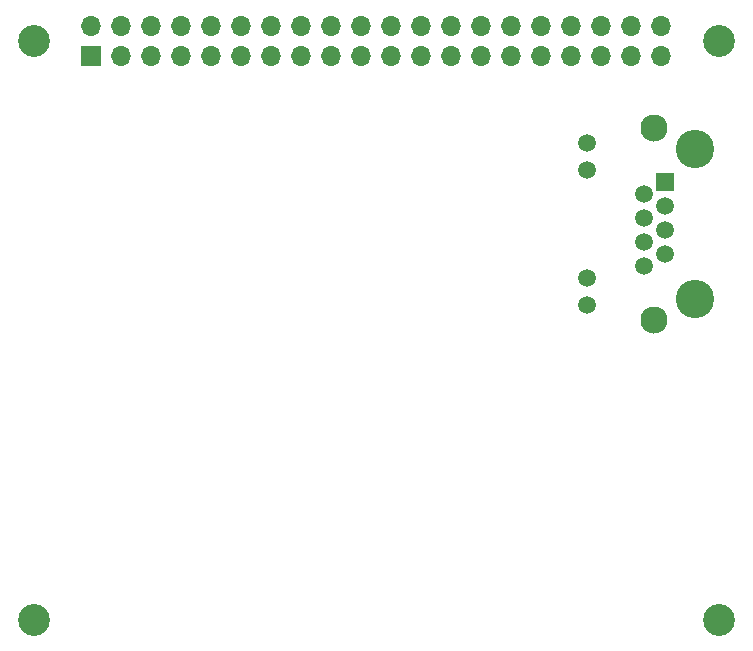
<source format=gbs>
G04 #@! TF.GenerationSoftware,KiCad,Pcbnew,(5.1.7)-1*
G04 #@! TF.CreationDate,2020-10-30T03:26:27-04:00*
G04 #@! TF.ProjectId,server-hat,73657276-6572-42d6-9861-742e6b696361,rev?*
G04 #@! TF.SameCoordinates,Original*
G04 #@! TF.FileFunction,Soldermask,Bot*
G04 #@! TF.FilePolarity,Negative*
%FSLAX46Y46*%
G04 Gerber Fmt 4.6, Leading zero omitted, Abs format (unit mm)*
G04 Created by KiCad (PCBNEW (5.1.7)-1) date 2020-10-30 03:26:27*
%MOMM*%
%LPD*%
G01*
G04 APERTURE LIST*
%ADD10C,1.500000*%
%ADD11C,2.300000*%
%ADD12C,3.250000*%
%ADD13R,1.500000X1.500000*%
%ADD14R,1.700000X1.700000*%
%ADD15O,1.700000X1.700000*%
%ADD16C,2.700000*%
G04 APERTURE END LIST*
D10*
X250296000Y-119907000D03*
X250296000Y-117617000D03*
X250296000Y-108477000D03*
X250296000Y-106187000D03*
D11*
X256006000Y-104917000D03*
X256006000Y-121177000D03*
D12*
X259436000Y-119397000D03*
X259436000Y-106697000D03*
D10*
X255116000Y-116599000D03*
X255116000Y-114567000D03*
X255116000Y-112535000D03*
X255116000Y-110503000D03*
X256896000Y-115583000D03*
X256896000Y-113551000D03*
X256896000Y-111519000D03*
D13*
X256896000Y-109487000D03*
D14*
X208370000Y-98770000D03*
D15*
X208370000Y-96230000D03*
X210910000Y-98770000D03*
X210910000Y-96230000D03*
X213450000Y-98770000D03*
X213450000Y-96230000D03*
X215990000Y-98770000D03*
X215990000Y-96230000D03*
X218530000Y-98770000D03*
X218530000Y-96230000D03*
X221070000Y-98770000D03*
X221070000Y-96230000D03*
X223610000Y-98770000D03*
X223610000Y-96230000D03*
X226150000Y-98770000D03*
X226150000Y-96230000D03*
X228690000Y-98770000D03*
X228690000Y-96230000D03*
X231230000Y-98770000D03*
X231230000Y-96230000D03*
X233770000Y-98770000D03*
X233770000Y-96230000D03*
X236310000Y-98770000D03*
X236310000Y-96230000D03*
X238850000Y-98770000D03*
X238850000Y-96230000D03*
X241390000Y-98770000D03*
X241390000Y-96230000D03*
X243930000Y-98770000D03*
X243930000Y-96230000D03*
X246470000Y-98770000D03*
X246470000Y-96230000D03*
X249010000Y-98770000D03*
X249010000Y-96230000D03*
X251550000Y-98770000D03*
X251550000Y-96230000D03*
X254090000Y-98770000D03*
X254090000Y-96230000D03*
X256630000Y-98770000D03*
X256630000Y-96230000D03*
D16*
X261500000Y-146500000D03*
X203500000Y-146500000D03*
X261500000Y-97500000D03*
X203500000Y-97500000D03*
M02*

</source>
